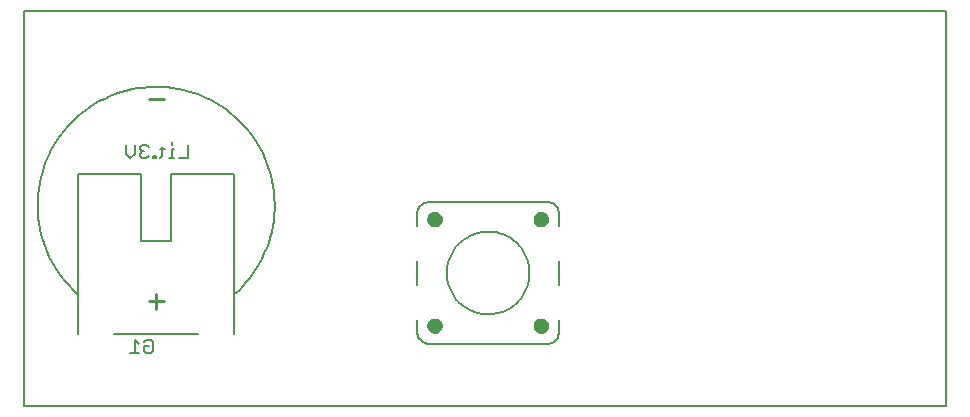
<source format=gbo>
G75*
G70*
%OFA0B0*%
%FSLAX24Y24*%
%IPPOS*%
%LPD*%
%AMOC8*
5,1,8,0,0,1.08239X$1,22.5*
%
%ADD10C,0.0080*%
%ADD11C,0.0100*%
%ADD12C,0.0060*%
%ADD13C,0.0050*%
%ADD14C,0.0276*%
D10*
X000150Y000181D02*
X000150Y013337D01*
X030885Y013337D01*
X030885Y000181D01*
X000150Y000181D01*
X013249Y002644D02*
X013249Y003037D01*
X013248Y002644D02*
X013250Y002605D01*
X013256Y002567D01*
X013265Y002530D01*
X013278Y002493D01*
X013295Y002458D01*
X013314Y002425D01*
X013337Y002394D01*
X013363Y002365D01*
X013392Y002339D01*
X013423Y002316D01*
X013456Y002297D01*
X013491Y002280D01*
X013528Y002267D01*
X013565Y002258D01*
X013603Y002252D01*
X013642Y002250D01*
X017579Y002250D01*
X017618Y002252D01*
X017656Y002258D01*
X017693Y002267D01*
X017730Y002280D01*
X017765Y002297D01*
X017798Y002316D01*
X017829Y002339D01*
X017858Y002365D01*
X017884Y002394D01*
X017907Y002425D01*
X017926Y002458D01*
X017943Y002493D01*
X017956Y002530D01*
X017965Y002567D01*
X017971Y002605D01*
X017973Y002644D01*
X017973Y003037D01*
X017973Y004218D02*
X017973Y005006D01*
X014233Y004612D02*
X014235Y004686D01*
X014241Y004760D01*
X014251Y004833D01*
X014265Y004906D01*
X014282Y004978D01*
X014304Y005048D01*
X014329Y005118D01*
X014358Y005186D01*
X014391Y005252D01*
X014427Y005317D01*
X014467Y005379D01*
X014509Y005440D01*
X014555Y005498D01*
X014604Y005553D01*
X014656Y005606D01*
X014711Y005656D01*
X014768Y005702D01*
X014828Y005746D01*
X014890Y005786D01*
X014954Y005823D01*
X015020Y005857D01*
X015088Y005887D01*
X015157Y005913D01*
X015228Y005936D01*
X015299Y005954D01*
X015372Y005969D01*
X015445Y005980D01*
X015519Y005987D01*
X015593Y005990D01*
X015666Y005989D01*
X015740Y005984D01*
X015814Y005975D01*
X015887Y005962D01*
X015959Y005945D01*
X016030Y005925D01*
X016100Y005900D01*
X016168Y005872D01*
X016235Y005841D01*
X016300Y005805D01*
X016363Y005767D01*
X016424Y005725D01*
X016483Y005679D01*
X016539Y005631D01*
X016592Y005580D01*
X016642Y005526D01*
X016690Y005469D01*
X016734Y005410D01*
X016776Y005348D01*
X016814Y005285D01*
X016848Y005219D01*
X016879Y005152D01*
X016906Y005083D01*
X016929Y005013D01*
X016949Y004942D01*
X016965Y004869D01*
X016977Y004796D01*
X016985Y004723D01*
X016989Y004649D01*
X016989Y004575D01*
X016985Y004501D01*
X016977Y004428D01*
X016965Y004355D01*
X016949Y004282D01*
X016929Y004211D01*
X016906Y004141D01*
X016879Y004072D01*
X016848Y004005D01*
X016814Y003939D01*
X016776Y003876D01*
X016734Y003814D01*
X016690Y003755D01*
X016642Y003698D01*
X016592Y003644D01*
X016539Y003593D01*
X016483Y003545D01*
X016424Y003499D01*
X016363Y003457D01*
X016300Y003419D01*
X016235Y003383D01*
X016168Y003352D01*
X016100Y003324D01*
X016030Y003299D01*
X015959Y003279D01*
X015887Y003262D01*
X015814Y003249D01*
X015740Y003240D01*
X015666Y003235D01*
X015593Y003234D01*
X015519Y003237D01*
X015445Y003244D01*
X015372Y003255D01*
X015299Y003270D01*
X015228Y003288D01*
X015157Y003311D01*
X015088Y003337D01*
X015020Y003367D01*
X014954Y003401D01*
X014890Y003438D01*
X014828Y003478D01*
X014768Y003522D01*
X014711Y003568D01*
X014656Y003618D01*
X014604Y003671D01*
X014555Y003726D01*
X014509Y003784D01*
X014467Y003845D01*
X014427Y003907D01*
X014391Y003972D01*
X014358Y004038D01*
X014329Y004106D01*
X014304Y004176D01*
X014282Y004246D01*
X014265Y004318D01*
X014251Y004391D01*
X014241Y004464D01*
X014235Y004538D01*
X014233Y004612D01*
X013249Y005006D02*
X013249Y004218D01*
X013249Y006187D02*
X013249Y006581D01*
X013248Y006581D02*
X013250Y006620D01*
X013256Y006658D01*
X013265Y006695D01*
X013278Y006732D01*
X013295Y006767D01*
X013314Y006800D01*
X013337Y006831D01*
X013363Y006860D01*
X013392Y006886D01*
X013423Y006909D01*
X013456Y006928D01*
X013491Y006945D01*
X013528Y006958D01*
X013565Y006967D01*
X013603Y006973D01*
X013642Y006975D01*
X013642Y006974D02*
X017579Y006974D01*
X017579Y006975D02*
X017618Y006973D01*
X017656Y006967D01*
X017693Y006958D01*
X017730Y006945D01*
X017765Y006928D01*
X017798Y006909D01*
X017829Y006886D01*
X017858Y006860D01*
X017884Y006831D01*
X017907Y006800D01*
X017926Y006767D01*
X017943Y006732D01*
X017956Y006695D01*
X017965Y006658D01*
X017971Y006620D01*
X017973Y006581D01*
X017973Y006187D01*
D11*
X004797Y003666D02*
X004297Y003666D01*
X004547Y003416D02*
X004547Y003916D01*
X004297Y010416D02*
X004797Y010416D01*
D12*
X005047Y007916D02*
X007147Y007916D01*
X007147Y002566D01*
X005947Y002566D02*
X003147Y002566D01*
X001947Y002566D02*
X001947Y007916D01*
X004047Y007916D01*
X004047Y005666D01*
X005047Y005666D01*
X005047Y007916D01*
X008497Y006916D02*
X008495Y006727D01*
X008483Y006538D01*
X008463Y006349D01*
X008434Y006162D01*
X008396Y005977D01*
X008349Y005793D01*
X008293Y005612D01*
X008228Y005434D01*
X008156Y005260D01*
X008075Y005089D01*
X007985Y004922D01*
X007888Y004759D01*
X007783Y004601D01*
X007671Y004449D01*
X007552Y004302D01*
X007425Y004161D01*
X007292Y004026D01*
X007153Y003898D01*
X008497Y006916D02*
X008489Y007109D01*
X008473Y007302D01*
X008447Y007494D01*
X008411Y007684D01*
X008367Y007872D01*
X008313Y008058D01*
X008250Y008241D01*
X008178Y008421D01*
X008097Y008597D01*
X008008Y008769D01*
X007911Y008936D01*
X007806Y009098D01*
X007692Y009255D01*
X007572Y009407D01*
X007444Y009552D01*
X007309Y009690D01*
X007167Y009822D01*
X007019Y009947D01*
X006865Y010064D01*
X006706Y010174D01*
X006541Y010276D01*
X006372Y010369D01*
X006198Y010454D01*
X006020Y010531D01*
X005839Y010599D01*
X005655Y010658D01*
X005467Y010707D01*
X005278Y010748D01*
X005087Y010779D01*
X004895Y010801D01*
X004702Y010813D01*
X004508Y010816D01*
X004315Y010809D01*
X004122Y010793D01*
X003930Y010768D01*
X003740Y010733D01*
X003551Y010688D01*
X003365Y010635D01*
X003182Y010573D01*
X003002Y010501D01*
X002826Y010421D01*
X002654Y010333D01*
X002487Y010236D01*
X002324Y010131D01*
X002167Y010018D01*
X002015Y009898D01*
X001870Y009770D01*
X001731Y009636D01*
X001598Y009494D01*
X001473Y009347D01*
X001355Y009193D01*
X001245Y009034D01*
X001143Y008870D01*
X001049Y008701D01*
X000963Y008527D01*
X000886Y008350D01*
X000818Y008169D01*
X000759Y007984D01*
X000708Y007797D01*
X000667Y007608D01*
X000636Y007417D01*
X000613Y007225D01*
X000600Y007032D01*
X000597Y006839D01*
X000603Y006645D01*
X000619Y006452D01*
X000644Y006260D01*
X000678Y006070D01*
X000722Y005881D01*
X000774Y005695D01*
X000836Y005512D01*
X000907Y005332D01*
X000987Y005155D01*
X001075Y004983D01*
X001171Y004815D01*
X001276Y004652D01*
X001388Y004495D01*
X001508Y004343D01*
X001635Y004197D01*
X001769Y004058D01*
X001910Y003925D01*
D13*
X003833Y002391D02*
X003833Y001941D01*
X003983Y001941D02*
X003682Y001941D01*
X003983Y002241D02*
X003833Y002391D01*
X004143Y002316D02*
X004218Y002391D01*
X004368Y002391D01*
X004443Y002316D01*
X004443Y002016D01*
X004368Y001941D01*
X004218Y001941D01*
X004143Y002016D01*
X004143Y002166D01*
X004293Y002166D01*
X004218Y008441D02*
X004293Y008516D01*
X004218Y008441D02*
X004068Y008441D01*
X003993Y008516D01*
X003993Y008591D01*
X004068Y008666D01*
X004143Y008666D01*
X004068Y008666D02*
X003993Y008741D01*
X003993Y008816D01*
X004068Y008891D01*
X004218Y008891D01*
X004293Y008816D01*
X003833Y008891D02*
X003833Y008591D01*
X003683Y008441D01*
X003532Y008591D01*
X003532Y008891D01*
X004448Y008516D02*
X004448Y008441D01*
X004523Y008441D01*
X004523Y008516D01*
X004448Y008516D01*
X004680Y008441D02*
X004755Y008516D01*
X004755Y008816D01*
X004830Y008741D02*
X004680Y008741D01*
X005062Y008741D02*
X005062Y008441D01*
X005137Y008441D02*
X004987Y008441D01*
X005297Y008441D02*
X005597Y008441D01*
X005597Y008891D01*
X005137Y008741D02*
X005062Y008741D01*
X005062Y008891D02*
X005062Y008966D01*
D14*
X013721Y006384D02*
X013723Y006405D01*
X013729Y006425D01*
X013738Y006445D01*
X013750Y006462D01*
X013765Y006476D01*
X013783Y006488D01*
X013803Y006496D01*
X013823Y006501D01*
X013844Y006502D01*
X013865Y006499D01*
X013885Y006493D01*
X013904Y006482D01*
X013921Y006469D01*
X013934Y006453D01*
X013945Y006435D01*
X013953Y006415D01*
X013957Y006395D01*
X013957Y006373D01*
X013953Y006353D01*
X013945Y006333D01*
X013934Y006315D01*
X013921Y006299D01*
X013904Y006286D01*
X013885Y006275D01*
X013865Y006269D01*
X013844Y006266D01*
X013823Y006267D01*
X013803Y006272D01*
X013783Y006280D01*
X013765Y006292D01*
X013750Y006306D01*
X013738Y006323D01*
X013729Y006343D01*
X013723Y006363D01*
X013721Y006384D01*
X017265Y006384D02*
X017267Y006405D01*
X017273Y006425D01*
X017282Y006445D01*
X017294Y006462D01*
X017309Y006476D01*
X017327Y006488D01*
X017347Y006496D01*
X017367Y006501D01*
X017388Y006502D01*
X017409Y006499D01*
X017429Y006493D01*
X017448Y006482D01*
X017465Y006469D01*
X017478Y006453D01*
X017489Y006435D01*
X017497Y006415D01*
X017501Y006395D01*
X017501Y006373D01*
X017497Y006353D01*
X017489Y006333D01*
X017478Y006315D01*
X017465Y006299D01*
X017448Y006286D01*
X017429Y006275D01*
X017409Y006269D01*
X017388Y006266D01*
X017367Y006267D01*
X017347Y006272D01*
X017327Y006280D01*
X017309Y006292D01*
X017294Y006306D01*
X017282Y006323D01*
X017273Y006343D01*
X017267Y006363D01*
X017265Y006384D01*
X017265Y002840D02*
X017267Y002861D01*
X017273Y002881D01*
X017282Y002901D01*
X017294Y002918D01*
X017309Y002932D01*
X017327Y002944D01*
X017347Y002952D01*
X017367Y002957D01*
X017388Y002958D01*
X017409Y002955D01*
X017429Y002949D01*
X017448Y002938D01*
X017465Y002925D01*
X017478Y002909D01*
X017489Y002891D01*
X017497Y002871D01*
X017501Y002851D01*
X017501Y002829D01*
X017497Y002809D01*
X017489Y002789D01*
X017478Y002771D01*
X017465Y002755D01*
X017448Y002742D01*
X017429Y002731D01*
X017409Y002725D01*
X017388Y002722D01*
X017367Y002723D01*
X017347Y002728D01*
X017327Y002736D01*
X017309Y002748D01*
X017294Y002762D01*
X017282Y002779D01*
X017273Y002799D01*
X017267Y002819D01*
X017265Y002840D01*
X013721Y002840D02*
X013723Y002861D01*
X013729Y002881D01*
X013738Y002901D01*
X013750Y002918D01*
X013765Y002932D01*
X013783Y002944D01*
X013803Y002952D01*
X013823Y002957D01*
X013844Y002958D01*
X013865Y002955D01*
X013885Y002949D01*
X013904Y002938D01*
X013921Y002925D01*
X013934Y002909D01*
X013945Y002891D01*
X013953Y002871D01*
X013957Y002851D01*
X013957Y002829D01*
X013953Y002809D01*
X013945Y002789D01*
X013934Y002771D01*
X013921Y002755D01*
X013904Y002742D01*
X013885Y002731D01*
X013865Y002725D01*
X013844Y002722D01*
X013823Y002723D01*
X013803Y002728D01*
X013783Y002736D01*
X013765Y002748D01*
X013750Y002762D01*
X013738Y002779D01*
X013729Y002799D01*
X013723Y002819D01*
X013721Y002840D01*
M02*

</source>
